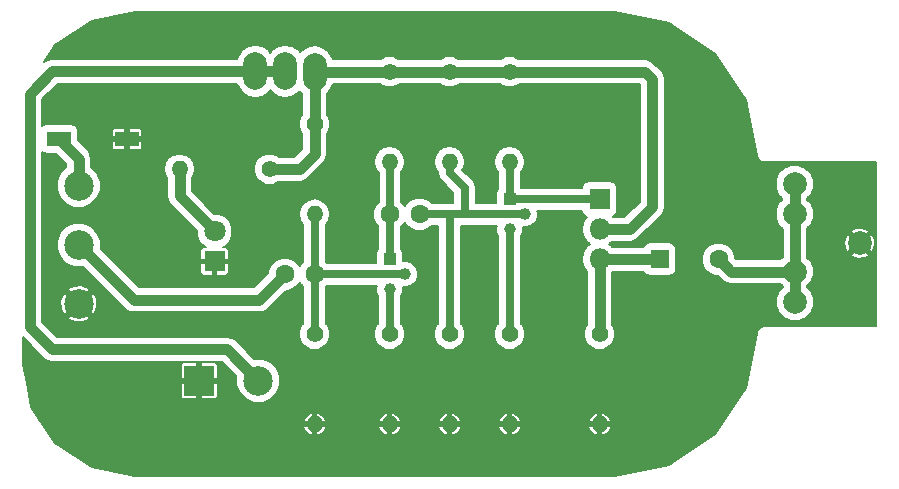
<source format=gbr>
G04 #@! TF.FileFunction,Copper,L1,Top,Signal*
%FSLAX46Y46*%
G04 Gerber Fmt 4.6, Leading zero omitted, Abs format (unit mm)*
G04 Created by KiCad (PCBNEW 4.0.6) date 06/16/17 19:06:25*
%MOMM*%
%LPD*%
G01*
G04 APERTURE LIST*
%ADD10C,0.100000*%
%ADD11C,2.500000*%
%ADD12R,2.500000X2.500000*%
%ADD13C,1.600000*%
%ADD14R,1.600000X1.600000*%
%ADD15R,1.800000X1.800000*%
%ADD16C,1.800000*%
%ADD17R,2.000000X1.300000*%
%ADD18O,2.000000X3.200000*%
%ADD19C,2.000000*%
%ADD20C,1.000000*%
%ADD21R,1.000000X1.000000*%
%ADD22O,1.800000X1.800000*%
%ADD23C,1.400000*%
%ADD24O,1.400000X1.400000*%
%ADD25C,0.900000*%
%ADD26C,0.700000*%
%ADD27C,0.200000*%
G04 APERTURE END LIST*
D10*
D11*
X117200000Y-104200000D03*
X117200000Y-109200000D03*
X117200000Y-99200000D03*
D12*
X127400000Y-115700000D03*
D11*
X132400000Y-115700000D03*
D13*
X134660000Y-106680000D03*
X137160000Y-106680000D03*
X143550000Y-101600000D03*
X146050000Y-101600000D03*
D14*
X166370000Y-105410000D03*
D13*
X171370000Y-105410000D03*
D15*
X128700000Y-105600000D03*
D16*
X128700000Y-103060000D03*
D17*
X121285000Y-95250000D03*
X115525000Y-95230000D03*
D18*
X134670000Y-89505000D03*
X132150000Y-89505000D03*
X137160000Y-89535000D03*
D19*
X177800000Y-99050000D03*
X177840000Y-109020000D03*
X177810000Y-106460000D03*
X177800000Y-101600000D03*
X183330000Y-104070000D03*
D20*
X144780000Y-106680000D03*
X143510000Y-107950000D03*
D21*
X143510000Y-105410000D03*
D20*
X154940000Y-101600000D03*
X153670000Y-102870000D03*
D21*
X153670000Y-100330000D03*
D15*
X161290000Y-100330000D03*
D22*
X161290000Y-102870000D03*
X161290000Y-105410000D03*
D23*
X133350000Y-97790000D03*
D24*
X125730000Y-97790000D03*
D23*
X137160000Y-93980000D03*
D24*
X137160000Y-101600000D03*
D23*
X137160000Y-111760000D03*
D24*
X137160000Y-119380000D03*
D23*
X143510000Y-89535000D03*
D24*
X143510000Y-97155000D03*
D23*
X143510000Y-111760000D03*
D24*
X143510000Y-119380000D03*
D23*
X148590000Y-89535000D03*
D24*
X148590000Y-97155000D03*
D23*
X148590000Y-111760000D03*
D24*
X148590000Y-119380000D03*
D23*
X153670000Y-89535000D03*
D24*
X153670000Y-97155000D03*
D23*
X153670000Y-111760000D03*
D24*
X153670000Y-119380000D03*
D23*
X161290000Y-111760000D03*
D24*
X161290000Y-119380000D03*
D25*
X117200000Y-104200000D02*
X121860000Y-108860000D01*
X121860000Y-108860000D02*
X132480000Y-108860000D01*
X132480000Y-108860000D02*
X134660000Y-106680000D01*
D26*
X144780000Y-106680000D02*
X137160000Y-106680000D01*
X137160000Y-111760000D02*
X137160000Y-106680000D01*
X137160000Y-101600000D02*
X137160000Y-106680000D01*
X143550000Y-101600000D02*
X143550000Y-97195000D01*
X143550000Y-97195000D02*
X143510000Y-97155000D01*
X143510000Y-105410000D02*
X143510000Y-101640000D01*
X143510000Y-101640000D02*
X143550000Y-101600000D01*
X149860000Y-101600000D02*
X148590000Y-101600000D01*
X148590000Y-101600000D02*
X147955000Y-101600000D01*
X148590000Y-111760000D02*
X148590000Y-101600000D01*
X153385998Y-101600000D02*
X149860000Y-101600000D01*
X148590000Y-97155000D02*
X148590000Y-98144949D01*
X148590000Y-98144949D02*
X149860000Y-99414949D01*
X149860000Y-99414949D02*
X149860000Y-101600000D01*
X154940000Y-101600000D02*
X153385998Y-101600000D01*
X146050000Y-101600000D02*
X147955000Y-101600000D01*
D25*
X161290000Y-105410000D02*
X161290000Y-111760000D01*
X166370000Y-105410000D02*
X161290000Y-105410000D01*
X177840000Y-109020000D02*
X177840000Y-106490000D01*
X177840000Y-106490000D02*
X177810000Y-106460000D01*
X177800000Y-101600000D02*
X177800000Y-99050000D01*
X177810000Y-106460000D02*
X172420000Y-106460000D01*
X172420000Y-106460000D02*
X171370000Y-105410000D01*
X177840000Y-109020000D02*
X177840000Y-99090000D01*
X177840000Y-99090000D02*
X177800000Y-99050000D01*
X114935000Y-113030000D02*
X129730000Y-113030000D01*
X129730000Y-113030000D02*
X132400000Y-115700000D01*
X132150000Y-89505000D02*
X114965000Y-89505000D01*
X114965000Y-89505000D02*
X113030000Y-91440000D01*
X113030000Y-91440000D02*
X113030000Y-111125000D01*
X113030000Y-111125000D02*
X114935000Y-113030000D01*
X134670000Y-89505000D02*
X132150000Y-89505000D01*
X117200000Y-99200000D02*
X117200000Y-96905000D01*
X117200000Y-96905000D02*
X115525000Y-95230000D01*
X115570000Y-95275000D02*
X115525000Y-95230000D01*
X137160000Y-96520000D02*
X135890000Y-97790000D01*
X135890000Y-97790000D02*
X133350000Y-97790000D01*
X137160000Y-93980000D02*
X137160000Y-96520000D01*
X137160000Y-93980000D02*
X137160000Y-89535000D01*
X137160000Y-89535000D02*
X143510000Y-89535000D01*
X165735000Y-90170000D02*
X165100000Y-89535000D01*
X165100000Y-89535000D02*
X143510000Y-89535000D01*
X165735000Y-100965000D02*
X165735000Y-90170000D01*
X163830000Y-102870000D02*
X165735000Y-100965000D01*
X161290000Y-102870000D02*
X163830000Y-102870000D01*
D26*
X143510000Y-111760000D02*
X143510000Y-107950000D01*
X153670000Y-111760000D02*
X153670000Y-102870000D01*
X153670000Y-97155000D02*
X153670000Y-100330000D01*
X161290000Y-100330000D02*
X153670000Y-100330000D01*
D25*
X125730000Y-97790000D02*
X125730000Y-100090000D01*
X125730000Y-100090000D02*
X128700000Y-103060000D01*
D27*
G36*
X167153584Y-85430101D02*
X171047839Y-88032159D01*
X173649899Y-91926415D01*
X174590124Y-96653247D01*
X174615866Y-96715394D01*
X174628990Y-96781373D01*
X174666363Y-96837306D01*
X174692106Y-96899455D01*
X174739674Y-96947022D01*
X174777046Y-97002954D01*
X174832979Y-97040327D01*
X174880546Y-97087894D01*
X174942694Y-97113637D01*
X174998627Y-97151010D01*
X175064603Y-97164133D01*
X175126753Y-97189877D01*
X175194026Y-97189877D01*
X175260000Y-97203000D01*
X184737000Y-97203000D01*
X184737000Y-111077000D01*
X175260000Y-111077000D01*
X175194026Y-111090123D01*
X175126753Y-111090123D01*
X175064603Y-111115867D01*
X174998627Y-111128990D01*
X174942694Y-111166363D01*
X174880546Y-111192106D01*
X174832979Y-111239673D01*
X174777046Y-111277046D01*
X174739674Y-111332978D01*
X174692106Y-111380545D01*
X174666363Y-111442694D01*
X174628990Y-111498627D01*
X174615866Y-111564606D01*
X174590124Y-111626753D01*
X173649899Y-116353585D01*
X171047839Y-120247841D01*
X167153584Y-122849899D01*
X162492732Y-123777000D01*
X121987268Y-123777000D01*
X118298430Y-123043244D01*
X115228212Y-120991790D01*
X114356162Y-119686675D01*
X136208168Y-119686675D01*
X136397981Y-120027581D01*
X136703805Y-120269899D01*
X136853328Y-120331815D01*
X137006000Y-120292090D01*
X137006000Y-119534000D01*
X137314000Y-119534000D01*
X137314000Y-120292090D01*
X137466672Y-120331815D01*
X137616195Y-120269899D01*
X137922019Y-120027581D01*
X138111832Y-119686675D01*
X142558168Y-119686675D01*
X142747981Y-120027581D01*
X143053805Y-120269899D01*
X143203328Y-120331815D01*
X143356000Y-120292090D01*
X143356000Y-119534000D01*
X143664000Y-119534000D01*
X143664000Y-120292090D01*
X143816672Y-120331815D01*
X143966195Y-120269899D01*
X144272019Y-120027581D01*
X144461832Y-119686675D01*
X147638168Y-119686675D01*
X147827981Y-120027581D01*
X148133805Y-120269899D01*
X148283328Y-120331815D01*
X148436000Y-120292090D01*
X148436000Y-119534000D01*
X148744000Y-119534000D01*
X148744000Y-120292090D01*
X148896672Y-120331815D01*
X149046195Y-120269899D01*
X149352019Y-120027581D01*
X149541832Y-119686675D01*
X152718168Y-119686675D01*
X152907981Y-120027581D01*
X153213805Y-120269899D01*
X153363328Y-120331815D01*
X153516000Y-120292090D01*
X153516000Y-119534000D01*
X153824000Y-119534000D01*
X153824000Y-120292090D01*
X153976672Y-120331815D01*
X154126195Y-120269899D01*
X154432019Y-120027581D01*
X154621832Y-119686675D01*
X160338168Y-119686675D01*
X160527981Y-120027581D01*
X160833805Y-120269899D01*
X160983328Y-120331815D01*
X161136000Y-120292090D01*
X161136000Y-119534000D01*
X161444000Y-119534000D01*
X161444000Y-120292090D01*
X161596672Y-120331815D01*
X161746195Y-120269899D01*
X162052019Y-120027581D01*
X162241832Y-119686675D01*
X162203088Y-119534000D01*
X161444000Y-119534000D01*
X161136000Y-119534000D01*
X160376912Y-119534000D01*
X160338168Y-119686675D01*
X154621832Y-119686675D01*
X154583088Y-119534000D01*
X153824000Y-119534000D01*
X153516000Y-119534000D01*
X152756912Y-119534000D01*
X152718168Y-119686675D01*
X149541832Y-119686675D01*
X149503088Y-119534000D01*
X148744000Y-119534000D01*
X148436000Y-119534000D01*
X147676912Y-119534000D01*
X147638168Y-119686675D01*
X144461832Y-119686675D01*
X144423088Y-119534000D01*
X143664000Y-119534000D01*
X143356000Y-119534000D01*
X142596912Y-119534000D01*
X142558168Y-119686675D01*
X138111832Y-119686675D01*
X138073088Y-119534000D01*
X137314000Y-119534000D01*
X137006000Y-119534000D01*
X136246912Y-119534000D01*
X136208168Y-119686675D01*
X114356162Y-119686675D01*
X113946335Y-119073325D01*
X136208168Y-119073325D01*
X136246912Y-119226000D01*
X137006000Y-119226000D01*
X137006000Y-118467910D01*
X137314000Y-118467910D01*
X137314000Y-119226000D01*
X138073088Y-119226000D01*
X138111832Y-119073325D01*
X142558168Y-119073325D01*
X142596912Y-119226000D01*
X143356000Y-119226000D01*
X143356000Y-118467910D01*
X143664000Y-118467910D01*
X143664000Y-119226000D01*
X144423088Y-119226000D01*
X144461832Y-119073325D01*
X147638168Y-119073325D01*
X147676912Y-119226000D01*
X148436000Y-119226000D01*
X148436000Y-118467910D01*
X148744000Y-118467910D01*
X148744000Y-119226000D01*
X149503088Y-119226000D01*
X149541832Y-119073325D01*
X152718168Y-119073325D01*
X152756912Y-119226000D01*
X153516000Y-119226000D01*
X153516000Y-118467910D01*
X153824000Y-118467910D01*
X153824000Y-119226000D01*
X154583088Y-119226000D01*
X154621832Y-119073325D01*
X160338168Y-119073325D01*
X160376912Y-119226000D01*
X161136000Y-119226000D01*
X161136000Y-118467910D01*
X161444000Y-118467910D01*
X161444000Y-119226000D01*
X162203088Y-119226000D01*
X162241832Y-119073325D01*
X162052019Y-118732419D01*
X161746195Y-118490101D01*
X161596672Y-118428185D01*
X161444000Y-118467910D01*
X161136000Y-118467910D01*
X160983328Y-118428185D01*
X160833805Y-118490101D01*
X160527981Y-118732419D01*
X160338168Y-119073325D01*
X154621832Y-119073325D01*
X154432019Y-118732419D01*
X154126195Y-118490101D01*
X153976672Y-118428185D01*
X153824000Y-118467910D01*
X153516000Y-118467910D01*
X153363328Y-118428185D01*
X153213805Y-118490101D01*
X152907981Y-118732419D01*
X152718168Y-119073325D01*
X149541832Y-119073325D01*
X149352019Y-118732419D01*
X149046195Y-118490101D01*
X148896672Y-118428185D01*
X148744000Y-118467910D01*
X148436000Y-118467910D01*
X148283328Y-118428185D01*
X148133805Y-118490101D01*
X147827981Y-118732419D01*
X147638168Y-119073325D01*
X144461832Y-119073325D01*
X144272019Y-118732419D01*
X143966195Y-118490101D01*
X143816672Y-118428185D01*
X143664000Y-118467910D01*
X143356000Y-118467910D01*
X143203328Y-118428185D01*
X143053805Y-118490101D01*
X142747981Y-118732419D01*
X142558168Y-119073325D01*
X138111832Y-119073325D01*
X137922019Y-118732419D01*
X137616195Y-118490101D01*
X137466672Y-118428185D01*
X137314000Y-118467910D01*
X137006000Y-118467910D01*
X136853328Y-118428185D01*
X136703805Y-118490101D01*
X136397981Y-118732419D01*
X136208168Y-119073325D01*
X113946335Y-119073325D01*
X113176755Y-117921570D01*
X112780409Y-115929000D01*
X125850000Y-115929000D01*
X125850000Y-117009673D01*
X125895672Y-117119936D01*
X125980063Y-117204328D01*
X126090326Y-117250000D01*
X127171000Y-117250000D01*
X127246000Y-117175000D01*
X127246000Y-115854000D01*
X127554000Y-115854000D01*
X127554000Y-117175000D01*
X127629000Y-117250000D01*
X128709674Y-117250000D01*
X128819937Y-117204328D01*
X128904328Y-117119936D01*
X128950000Y-117009673D01*
X128950000Y-115929000D01*
X128875000Y-115854000D01*
X127554000Y-115854000D01*
X127246000Y-115854000D01*
X125925000Y-115854000D01*
X125850000Y-115929000D01*
X112780409Y-115929000D01*
X112474348Y-114390327D01*
X125850000Y-114390327D01*
X125850000Y-115471000D01*
X125925000Y-115546000D01*
X127246000Y-115546000D01*
X127246000Y-114225000D01*
X127554000Y-114225000D01*
X127554000Y-115546000D01*
X128875000Y-115546000D01*
X128950000Y-115471000D01*
X128950000Y-114390327D01*
X128904328Y-114280064D01*
X128819937Y-114195672D01*
X128709674Y-114150000D01*
X127629000Y-114150000D01*
X127554000Y-114225000D01*
X127246000Y-114225000D01*
X127171000Y-114150000D01*
X126090326Y-114150000D01*
X125980063Y-114195672D01*
X125895672Y-114280064D01*
X125850000Y-114390327D01*
X112474348Y-114390327D01*
X112443000Y-114232732D01*
X112443000Y-112034238D01*
X114186881Y-113778119D01*
X114530121Y-114007465D01*
X114935000Y-114088000D01*
X129291762Y-114088000D01*
X130542315Y-115338553D01*
X130541679Y-116067958D01*
X130823946Y-116751097D01*
X131346154Y-117274217D01*
X132028800Y-117557676D01*
X132767958Y-117558321D01*
X133451097Y-117276054D01*
X133974217Y-116753846D01*
X134257676Y-116071200D01*
X134258321Y-115332042D01*
X133976054Y-114648903D01*
X133453846Y-114125783D01*
X132771200Y-113842324D01*
X132037922Y-113841684D01*
X130478119Y-112281881D01*
X130134879Y-112052535D01*
X129730000Y-111972000D01*
X115373238Y-111972000D01*
X114088000Y-110686762D01*
X114088000Y-110367764D01*
X116250025Y-110367764D01*
X116400093Y-110562977D01*
X116982572Y-110765338D01*
X117598151Y-110729389D01*
X117999907Y-110562977D01*
X118149975Y-110367764D01*
X117200000Y-109417789D01*
X116250025Y-110367764D01*
X114088000Y-110367764D01*
X114088000Y-108982572D01*
X115634662Y-108982572D01*
X115670611Y-109598151D01*
X115837023Y-109999907D01*
X116032236Y-110149975D01*
X116982211Y-109200000D01*
X117417789Y-109200000D01*
X118367764Y-110149975D01*
X118562977Y-109999907D01*
X118765338Y-109417428D01*
X118729389Y-108801849D01*
X118562977Y-108400093D01*
X118367764Y-108250025D01*
X117417789Y-109200000D01*
X116982211Y-109200000D01*
X116032236Y-108250025D01*
X115837023Y-108400093D01*
X115634662Y-108982572D01*
X114088000Y-108982572D01*
X114088000Y-108032236D01*
X116250025Y-108032236D01*
X117200000Y-108982211D01*
X118149975Y-108032236D01*
X117999907Y-107837023D01*
X117417428Y-107634662D01*
X116801849Y-107670611D01*
X116400093Y-107837023D01*
X116250025Y-108032236D01*
X114088000Y-108032236D01*
X114088000Y-96317273D01*
X114283820Y-96451071D01*
X114525000Y-96499911D01*
X115298673Y-96499911D01*
X116142000Y-97343238D01*
X116142000Y-97630837D01*
X115625783Y-98146154D01*
X115342324Y-98828800D01*
X115341679Y-99567958D01*
X115623946Y-100251097D01*
X116146154Y-100774217D01*
X116828800Y-101057676D01*
X117567958Y-101058321D01*
X118251097Y-100776054D01*
X118774217Y-100253846D01*
X119057676Y-99571200D01*
X119058321Y-98832042D01*
X118776054Y-98148903D01*
X118417777Y-97790000D01*
X124396375Y-97790000D01*
X124495941Y-98290550D01*
X124672000Y-98554042D01*
X124672000Y-100090000D01*
X124752535Y-100494879D01*
X124981881Y-100838119D01*
X127192010Y-103048248D01*
X127191739Y-103358644D01*
X127420835Y-103913097D01*
X127844672Y-104337674D01*
X127994769Y-104400000D01*
X127740327Y-104400000D01*
X127630064Y-104445672D01*
X127545672Y-104530063D01*
X127500000Y-104640326D01*
X127500000Y-105371000D01*
X127575000Y-105446000D01*
X128546000Y-105446000D01*
X128546000Y-105426000D01*
X128854000Y-105426000D01*
X128854000Y-105446000D01*
X129825000Y-105446000D01*
X129900000Y-105371000D01*
X129900000Y-104640326D01*
X129854328Y-104530063D01*
X129769936Y-104445672D01*
X129659673Y-104400000D01*
X129405865Y-104400000D01*
X129553097Y-104339165D01*
X129977674Y-103915328D01*
X130207737Y-103361276D01*
X130208261Y-102761356D01*
X129979165Y-102206903D01*
X129555328Y-101782326D01*
X129001276Y-101552263D01*
X128688228Y-101551990D01*
X126788000Y-99651762D01*
X126788000Y-98554042D01*
X126964059Y-98290550D01*
X127063625Y-97790000D01*
X126964059Y-97289450D01*
X126680521Y-96865104D01*
X126256175Y-96581566D01*
X125755625Y-96482000D01*
X125704375Y-96482000D01*
X125203825Y-96581566D01*
X124779479Y-96865104D01*
X124495941Y-97289450D01*
X124396375Y-97790000D01*
X118417777Y-97790000D01*
X118258000Y-97629944D01*
X118258000Y-96905000D01*
X118177465Y-96500121D01*
X117948119Y-96156881D01*
X117270238Y-95479000D01*
X119985000Y-95479000D01*
X119985000Y-95959673D01*
X120030672Y-96069936D01*
X120115063Y-96154328D01*
X120225326Y-96200000D01*
X121056000Y-96200000D01*
X121131000Y-96125000D01*
X121131000Y-95404000D01*
X121439000Y-95404000D01*
X121439000Y-96125000D01*
X121514000Y-96200000D01*
X122344674Y-96200000D01*
X122454937Y-96154328D01*
X122539328Y-96069936D01*
X122585000Y-95959673D01*
X122585000Y-95479000D01*
X122510000Y-95404000D01*
X121439000Y-95404000D01*
X121131000Y-95404000D01*
X120060000Y-95404000D01*
X119985000Y-95479000D01*
X117270238Y-95479000D01*
X117144911Y-95353673D01*
X117144911Y-94580000D01*
X117137447Y-94540327D01*
X119985000Y-94540327D01*
X119985000Y-95021000D01*
X120060000Y-95096000D01*
X121131000Y-95096000D01*
X121131000Y-94375000D01*
X121439000Y-94375000D01*
X121439000Y-95096000D01*
X122510000Y-95096000D01*
X122585000Y-95021000D01*
X122585000Y-94540327D01*
X122539328Y-94430064D01*
X122454937Y-94345672D01*
X122344674Y-94300000D01*
X121514000Y-94300000D01*
X121439000Y-94375000D01*
X121131000Y-94375000D01*
X121056000Y-94300000D01*
X120225326Y-94300000D01*
X120115063Y-94345672D01*
X120030672Y-94430064D01*
X119985000Y-94540327D01*
X117137447Y-94540327D01*
X117102516Y-94354689D01*
X116969357Y-94147754D01*
X116766180Y-94008929D01*
X116525000Y-93960089D01*
X114525000Y-93960089D01*
X114299689Y-94002484D01*
X114092754Y-94135643D01*
X114088000Y-94142601D01*
X114088000Y-91878238D01*
X115403238Y-90563000D01*
X130624498Y-90563000D01*
X130664402Y-90763612D01*
X131012972Y-91285285D01*
X131534645Y-91633855D01*
X132150000Y-91756257D01*
X132765355Y-91633855D01*
X133287028Y-91285285D01*
X133410000Y-91101244D01*
X133532972Y-91285285D01*
X134054645Y-91633855D01*
X134670000Y-91756257D01*
X135285355Y-91633855D01*
X135807028Y-91285285D01*
X135904977Y-91138693D01*
X136022972Y-91315285D01*
X136102000Y-91368090D01*
X136102000Y-93187976D01*
X136051778Y-93238110D01*
X135852228Y-93718681D01*
X135851774Y-94239036D01*
X136050485Y-94719954D01*
X136102000Y-94771559D01*
X136102000Y-96081762D01*
X135451762Y-96732000D01*
X134142024Y-96732000D01*
X134091890Y-96681778D01*
X133611319Y-96482228D01*
X133090964Y-96481774D01*
X132610046Y-96680485D01*
X132241778Y-97048110D01*
X132042228Y-97528681D01*
X132041774Y-98049036D01*
X132240485Y-98529954D01*
X132608110Y-98898222D01*
X133088681Y-99097772D01*
X133609036Y-99098226D01*
X134089954Y-98899515D01*
X134141559Y-98848000D01*
X135890000Y-98848000D01*
X136294879Y-98767465D01*
X136638119Y-98538119D01*
X137908119Y-97268119D01*
X138137465Y-96924880D01*
X138218000Y-96520000D01*
X138218000Y-94772024D01*
X138268222Y-94721890D01*
X138467772Y-94241319D01*
X138468226Y-93720964D01*
X138269515Y-93240046D01*
X138218000Y-93188441D01*
X138218000Y-91368090D01*
X138297028Y-91315285D01*
X138645598Y-90793612D01*
X138685502Y-90593000D01*
X142717976Y-90593000D01*
X142768110Y-90643222D01*
X143248681Y-90842772D01*
X143769036Y-90843226D01*
X144249954Y-90644515D01*
X144301559Y-90593000D01*
X147797976Y-90593000D01*
X147848110Y-90643222D01*
X148328681Y-90842772D01*
X148849036Y-90843226D01*
X149329954Y-90644515D01*
X149381559Y-90593000D01*
X152877976Y-90593000D01*
X152928110Y-90643222D01*
X153408681Y-90842772D01*
X153929036Y-90843226D01*
X154409954Y-90644515D01*
X154461559Y-90593000D01*
X164661762Y-90593000D01*
X164677000Y-90608238D01*
X164677000Y-100526762D01*
X163391762Y-101812000D01*
X162391480Y-101812000D01*
X162415311Y-101807516D01*
X162622246Y-101674357D01*
X162761071Y-101471180D01*
X162809911Y-101230000D01*
X162809911Y-99430000D01*
X162767516Y-99204689D01*
X162634357Y-98997754D01*
X162431180Y-98858929D01*
X162190000Y-98810089D01*
X160390000Y-98810089D01*
X160164689Y-98852484D01*
X159957754Y-98985643D01*
X159818929Y-99188820D01*
X159781834Y-99372000D01*
X154628000Y-99372000D01*
X154628000Y-98055977D01*
X154878434Y-97681175D01*
X154978000Y-97180625D01*
X154978000Y-97129375D01*
X154878434Y-96628825D01*
X154594896Y-96204479D01*
X154170550Y-95920941D01*
X153670000Y-95821375D01*
X153169450Y-95920941D01*
X152745104Y-96204479D01*
X152461566Y-96628825D01*
X152362000Y-97129375D01*
X152362000Y-97180625D01*
X152461566Y-97681175D01*
X152712000Y-98055977D01*
X152712000Y-99423335D01*
X152598929Y-99588820D01*
X152550089Y-99830000D01*
X152550089Y-100642000D01*
X150818000Y-100642000D01*
X150818000Y-99414949D01*
X150745077Y-99048338D01*
X150537408Y-98737541D01*
X149671305Y-97871438D01*
X149798434Y-97681175D01*
X149898000Y-97180625D01*
X149898000Y-97129375D01*
X149798434Y-96628825D01*
X149514896Y-96204479D01*
X149090550Y-95920941D01*
X148590000Y-95821375D01*
X148089450Y-95920941D01*
X147665104Y-96204479D01*
X147381566Y-96628825D01*
X147282000Y-97129375D01*
X147282000Y-97180625D01*
X147381566Y-97681175D01*
X147632000Y-98055977D01*
X147632000Y-98144949D01*
X147704923Y-98511560D01*
X147912592Y-98822357D01*
X148902000Y-99811765D01*
X148902000Y-100642000D01*
X147083147Y-100642000D01*
X146848609Y-100407052D01*
X146331297Y-100192245D01*
X145771160Y-100191756D01*
X145253474Y-100405660D01*
X144857052Y-100801391D01*
X144800126Y-100938485D01*
X144744340Y-100803474D01*
X144508000Y-100566721D01*
X144508000Y-97996113D01*
X144718434Y-97681175D01*
X144818000Y-97180625D01*
X144818000Y-97129375D01*
X144718434Y-96628825D01*
X144434896Y-96204479D01*
X144010550Y-95920941D01*
X143510000Y-95821375D01*
X143009450Y-95920941D01*
X142585104Y-96204479D01*
X142301566Y-96628825D01*
X142202000Y-97129375D01*
X142202000Y-97180625D01*
X142301566Y-97681175D01*
X142585104Y-98105521D01*
X142592000Y-98110129D01*
X142592000Y-100566853D01*
X142357052Y-100801391D01*
X142142245Y-101318703D01*
X142141756Y-101878840D01*
X142355660Y-102396526D01*
X142552000Y-102593209D01*
X142552000Y-104503335D01*
X142438929Y-104668820D01*
X142390089Y-104910000D01*
X142390089Y-105722000D01*
X138193147Y-105722000D01*
X138118000Y-105646721D01*
X138118000Y-102500977D01*
X138368434Y-102126175D01*
X138468000Y-101625625D01*
X138468000Y-101574375D01*
X138368434Y-101073825D01*
X138084896Y-100649479D01*
X137660550Y-100365941D01*
X137160000Y-100266375D01*
X136659450Y-100365941D01*
X136235104Y-100649479D01*
X135951566Y-101073825D01*
X135852000Y-101574375D01*
X135852000Y-101625625D01*
X135951566Y-102126175D01*
X136202000Y-102500977D01*
X136202000Y-105646853D01*
X135967052Y-105881391D01*
X135910126Y-106018485D01*
X135854340Y-105883474D01*
X135458609Y-105487052D01*
X134941297Y-105272245D01*
X134381160Y-105271756D01*
X133863474Y-105485660D01*
X133467052Y-105881391D01*
X133252245Y-106398703D01*
X133252077Y-106591685D01*
X132041762Y-107802000D01*
X122298238Y-107802000D01*
X120325238Y-105829000D01*
X127500000Y-105829000D01*
X127500000Y-106559674D01*
X127545672Y-106669937D01*
X127630064Y-106754328D01*
X127740327Y-106800000D01*
X128471000Y-106800000D01*
X128546000Y-106725000D01*
X128546000Y-105754000D01*
X128854000Y-105754000D01*
X128854000Y-106725000D01*
X128929000Y-106800000D01*
X129659673Y-106800000D01*
X129769936Y-106754328D01*
X129854328Y-106669937D01*
X129900000Y-106559674D01*
X129900000Y-105829000D01*
X129825000Y-105754000D01*
X128854000Y-105754000D01*
X128546000Y-105754000D01*
X127575000Y-105754000D01*
X127500000Y-105829000D01*
X120325238Y-105829000D01*
X119057685Y-104561447D01*
X119058321Y-103832042D01*
X118776054Y-103148903D01*
X118253846Y-102625783D01*
X117571200Y-102342324D01*
X116832042Y-102341679D01*
X116148903Y-102623946D01*
X115625783Y-103146154D01*
X115342324Y-103828800D01*
X115341679Y-104567958D01*
X115623946Y-105251097D01*
X116146154Y-105774217D01*
X116828800Y-106057676D01*
X117562078Y-106058316D01*
X121111881Y-109608119D01*
X121455120Y-109837465D01*
X121860000Y-109918000D01*
X132480000Y-109918000D01*
X132884879Y-109837465D01*
X133228119Y-109608119D01*
X134748160Y-108088078D01*
X134938840Y-108088244D01*
X135456526Y-107874340D01*
X135852948Y-107478609D01*
X135909874Y-107341515D01*
X135965660Y-107476526D01*
X136202000Y-107713279D01*
X136202000Y-110868150D01*
X136051778Y-111018110D01*
X135852228Y-111498681D01*
X135851774Y-112019036D01*
X136050485Y-112499954D01*
X136418110Y-112868222D01*
X136898681Y-113067772D01*
X137419036Y-113068226D01*
X137899954Y-112869515D01*
X138268222Y-112501890D01*
X138467772Y-112021319D01*
X138468226Y-111500964D01*
X138269515Y-111020046D01*
X138118000Y-110868266D01*
X138118000Y-107713147D01*
X138193279Y-107638000D01*
X142439829Y-107638000D01*
X142402193Y-107728638D01*
X142401808Y-108169428D01*
X142552000Y-108532920D01*
X142552000Y-110868150D01*
X142401778Y-111018110D01*
X142202228Y-111498681D01*
X142201774Y-112019036D01*
X142400485Y-112499954D01*
X142768110Y-112868222D01*
X143248681Y-113067772D01*
X143769036Y-113068226D01*
X144249954Y-112869515D01*
X144618222Y-112501890D01*
X144817772Y-112021319D01*
X144818226Y-111500964D01*
X144619515Y-111020046D01*
X144468000Y-110868266D01*
X144468000Y-108532138D01*
X144617807Y-108171362D01*
X144618142Y-107787859D01*
X144999428Y-107788192D01*
X145406812Y-107619864D01*
X145718769Y-107308451D01*
X145887807Y-106901362D01*
X145888192Y-106460572D01*
X145719864Y-106053188D01*
X145408451Y-105741231D01*
X145001362Y-105572193D01*
X144629911Y-105571869D01*
X144629911Y-104910000D01*
X144587516Y-104684689D01*
X144468000Y-104498956D01*
X144468000Y-102673078D01*
X144742948Y-102398609D01*
X144799874Y-102261515D01*
X144855660Y-102396526D01*
X145251391Y-102792948D01*
X145768703Y-103007755D01*
X146328840Y-103008244D01*
X146846526Y-102794340D01*
X147083279Y-102558000D01*
X147632000Y-102558000D01*
X147632000Y-110868150D01*
X147481778Y-111018110D01*
X147282228Y-111498681D01*
X147281774Y-112019036D01*
X147480485Y-112499954D01*
X147848110Y-112868222D01*
X148328681Y-113067772D01*
X148849036Y-113068226D01*
X149329954Y-112869515D01*
X149698222Y-112501890D01*
X149897772Y-112021319D01*
X149898226Y-111500964D01*
X149699515Y-111020046D01*
X149548000Y-110868266D01*
X149548000Y-102558000D01*
X152599829Y-102558000D01*
X152562193Y-102648638D01*
X152561808Y-103089428D01*
X152712000Y-103452920D01*
X152712000Y-110868150D01*
X152561778Y-111018110D01*
X152362228Y-111498681D01*
X152361774Y-112019036D01*
X152560485Y-112499954D01*
X152928110Y-112868222D01*
X153408681Y-113067772D01*
X153929036Y-113068226D01*
X154409954Y-112869515D01*
X154778222Y-112501890D01*
X154977772Y-112021319D01*
X154978226Y-111500964D01*
X154779515Y-111020046D01*
X154628000Y-110868266D01*
X154628000Y-103452138D01*
X154777807Y-103091362D01*
X154778142Y-102707859D01*
X155159428Y-102708192D01*
X155566812Y-102539864D01*
X155878769Y-102228451D01*
X156047807Y-101821362D01*
X156048192Y-101380572D01*
X156009942Y-101288000D01*
X159781002Y-101288000D01*
X159812484Y-101455311D01*
X159945643Y-101662246D01*
X160148820Y-101801071D01*
X160198911Y-101811215D01*
X159896790Y-102263370D01*
X159782000Y-102840457D01*
X159782000Y-102899543D01*
X159896790Y-103476630D01*
X160223683Y-103965860D01*
X160484302Y-104140000D01*
X160223683Y-104314140D01*
X159896790Y-104803370D01*
X159782000Y-105380457D01*
X159782000Y-105439543D01*
X159896790Y-106016630D01*
X160223683Y-106505860D01*
X160232000Y-106511417D01*
X160232000Y-110967976D01*
X160181778Y-111018110D01*
X159982228Y-111498681D01*
X159981774Y-112019036D01*
X160180485Y-112499954D01*
X160548110Y-112868222D01*
X161028681Y-113067772D01*
X161549036Y-113068226D01*
X162029954Y-112869515D01*
X162398222Y-112501890D01*
X162597772Y-112021319D01*
X162598226Y-111500964D01*
X162399515Y-111020046D01*
X162348000Y-110968441D01*
X162348000Y-106511417D01*
X162356317Y-106505860D01*
X162381614Y-106468000D01*
X165013519Y-106468000D01*
X165125643Y-106642246D01*
X165328820Y-106781071D01*
X165570000Y-106829911D01*
X167170000Y-106829911D01*
X167395311Y-106787516D01*
X167602246Y-106654357D01*
X167741071Y-106451180D01*
X167789911Y-106210000D01*
X167789911Y-105688840D01*
X169961756Y-105688840D01*
X170175660Y-106206526D01*
X170571391Y-106602948D01*
X171088703Y-106817755D01*
X171281685Y-106817923D01*
X171671881Y-107208119D01*
X172015120Y-107437465D01*
X172420000Y-107518000D01*
X176594081Y-107518000D01*
X176782000Y-107706247D01*
X176782000Y-107804081D01*
X176477598Y-108107952D01*
X176232279Y-108698746D01*
X176231721Y-109338448D01*
X176476009Y-109929669D01*
X176927952Y-110382402D01*
X177518746Y-110627721D01*
X178158448Y-110628279D01*
X178749669Y-110383991D01*
X179202402Y-109932048D01*
X179447721Y-109341254D01*
X179448279Y-108701552D01*
X179203991Y-108110331D01*
X178898000Y-107803805D01*
X178898000Y-107645971D01*
X179172402Y-107372048D01*
X179417721Y-106781254D01*
X179418279Y-106141552D01*
X179173991Y-105550331D01*
X178898000Y-105273858D01*
X178898000Y-105056379D01*
X182561410Y-105056379D01*
X182680774Y-105225584D01*
X183172416Y-105386068D01*
X183688048Y-105346193D01*
X183979226Y-105225584D01*
X184098590Y-105056379D01*
X183330000Y-104287789D01*
X182561410Y-105056379D01*
X178898000Y-105056379D01*
X178898000Y-103912416D01*
X182013932Y-103912416D01*
X182053807Y-104428048D01*
X182174416Y-104719226D01*
X182343621Y-104838590D01*
X183112211Y-104070000D01*
X183547789Y-104070000D01*
X184316379Y-104838590D01*
X184485584Y-104719226D01*
X184646068Y-104227584D01*
X184606193Y-103711952D01*
X184485584Y-103420774D01*
X184316379Y-103301410D01*
X183547789Y-104070000D01*
X183112211Y-104070000D01*
X182343621Y-103301410D01*
X182174416Y-103420774D01*
X182013932Y-103912416D01*
X178898000Y-103912416D01*
X178898000Y-103083621D01*
X182561410Y-103083621D01*
X183330000Y-103852211D01*
X184098590Y-103083621D01*
X183979226Y-102914416D01*
X183487584Y-102753932D01*
X182971952Y-102793807D01*
X182680774Y-102914416D01*
X182561410Y-103083621D01*
X178898000Y-103083621D01*
X178898000Y-102775989D01*
X179162402Y-102512048D01*
X179407721Y-101921254D01*
X179408279Y-101281552D01*
X179163991Y-100690331D01*
X178898000Y-100423875D01*
X178898000Y-100225989D01*
X179162402Y-99962048D01*
X179407721Y-99371254D01*
X179408279Y-98731552D01*
X179163991Y-98140331D01*
X178712048Y-97687598D01*
X178121254Y-97442279D01*
X177481552Y-97441721D01*
X176890331Y-97686009D01*
X176437598Y-98137952D01*
X176192279Y-98728746D01*
X176191721Y-99368448D01*
X176436009Y-99959669D01*
X176742000Y-100266195D01*
X176742000Y-100384081D01*
X176437598Y-100687952D01*
X176192279Y-101278746D01*
X176191721Y-101918448D01*
X176436009Y-102509669D01*
X176782000Y-102856265D01*
X176782000Y-105214134D01*
X176593805Y-105402000D01*
X172858238Y-105402000D01*
X172778078Y-105321840D01*
X172778244Y-105131160D01*
X172564340Y-104613474D01*
X172168609Y-104217052D01*
X171651297Y-104002245D01*
X171091160Y-104001756D01*
X170573474Y-104215660D01*
X170177052Y-104611391D01*
X169962245Y-105128703D01*
X169961756Y-105688840D01*
X167789911Y-105688840D01*
X167789911Y-104610000D01*
X167747516Y-104384689D01*
X167614357Y-104177754D01*
X167411180Y-104038929D01*
X167170000Y-103990089D01*
X165570000Y-103990089D01*
X165344689Y-104032484D01*
X165137754Y-104165643D01*
X165010422Y-104352000D01*
X162381614Y-104352000D01*
X162356317Y-104314140D01*
X162095698Y-104140000D01*
X162356317Y-103965860D01*
X162381614Y-103928000D01*
X163830000Y-103928000D01*
X164234879Y-103847465D01*
X164578119Y-103618119D01*
X166483119Y-101713119D01*
X166712465Y-101369879D01*
X166793000Y-100965000D01*
X166793000Y-90170000D01*
X166712465Y-89765121D01*
X166483119Y-89421881D01*
X165848119Y-88786881D01*
X165504879Y-88557535D01*
X165100000Y-88477000D01*
X154462024Y-88477000D01*
X154411890Y-88426778D01*
X153931319Y-88227228D01*
X153410964Y-88226774D01*
X152930046Y-88425485D01*
X152878441Y-88477000D01*
X149382024Y-88477000D01*
X149331890Y-88426778D01*
X148851319Y-88227228D01*
X148330964Y-88226774D01*
X147850046Y-88425485D01*
X147798441Y-88477000D01*
X144302024Y-88477000D01*
X144251890Y-88426778D01*
X143771319Y-88227228D01*
X143250964Y-88226774D01*
X142770046Y-88425485D01*
X142718441Y-88477000D01*
X138685502Y-88477000D01*
X138645598Y-88276388D01*
X138297028Y-87754715D01*
X137775355Y-87406145D01*
X137160000Y-87283743D01*
X136544645Y-87406145D01*
X136022972Y-87754715D01*
X135925023Y-87901307D01*
X135807028Y-87724715D01*
X135285355Y-87376145D01*
X134670000Y-87253743D01*
X134054645Y-87376145D01*
X133532972Y-87724715D01*
X133410000Y-87908756D01*
X133287028Y-87724715D01*
X132765355Y-87376145D01*
X132150000Y-87253743D01*
X131534645Y-87376145D01*
X131012972Y-87724715D01*
X130664402Y-88246388D01*
X130624498Y-88447000D01*
X114965000Y-88447000D01*
X114560120Y-88527535D01*
X114271070Y-88720673D01*
X115228212Y-87288210D01*
X118298430Y-85236756D01*
X121987268Y-84503000D01*
X162492732Y-84503000D01*
X167153584Y-85430101D01*
X167153584Y-85430101D01*
G37*
X167153584Y-85430101D02*
X171047839Y-88032159D01*
X173649899Y-91926415D01*
X174590124Y-96653247D01*
X174615866Y-96715394D01*
X174628990Y-96781373D01*
X174666363Y-96837306D01*
X174692106Y-96899455D01*
X174739674Y-96947022D01*
X174777046Y-97002954D01*
X174832979Y-97040327D01*
X174880546Y-97087894D01*
X174942694Y-97113637D01*
X174998627Y-97151010D01*
X175064603Y-97164133D01*
X175126753Y-97189877D01*
X175194026Y-97189877D01*
X175260000Y-97203000D01*
X184737000Y-97203000D01*
X184737000Y-111077000D01*
X175260000Y-111077000D01*
X175194026Y-111090123D01*
X175126753Y-111090123D01*
X175064603Y-111115867D01*
X174998627Y-111128990D01*
X174942694Y-111166363D01*
X174880546Y-111192106D01*
X174832979Y-111239673D01*
X174777046Y-111277046D01*
X174739674Y-111332978D01*
X174692106Y-111380545D01*
X174666363Y-111442694D01*
X174628990Y-111498627D01*
X174615866Y-111564606D01*
X174590124Y-111626753D01*
X173649899Y-116353585D01*
X171047839Y-120247841D01*
X167153584Y-122849899D01*
X162492732Y-123777000D01*
X121987268Y-123777000D01*
X118298430Y-123043244D01*
X115228212Y-120991790D01*
X114356162Y-119686675D01*
X136208168Y-119686675D01*
X136397981Y-120027581D01*
X136703805Y-120269899D01*
X136853328Y-120331815D01*
X137006000Y-120292090D01*
X137006000Y-119534000D01*
X137314000Y-119534000D01*
X137314000Y-120292090D01*
X137466672Y-120331815D01*
X137616195Y-120269899D01*
X137922019Y-120027581D01*
X138111832Y-119686675D01*
X142558168Y-119686675D01*
X142747981Y-120027581D01*
X143053805Y-120269899D01*
X143203328Y-120331815D01*
X143356000Y-120292090D01*
X143356000Y-119534000D01*
X143664000Y-119534000D01*
X143664000Y-120292090D01*
X143816672Y-120331815D01*
X143966195Y-120269899D01*
X144272019Y-120027581D01*
X144461832Y-119686675D01*
X147638168Y-119686675D01*
X147827981Y-120027581D01*
X148133805Y-120269899D01*
X148283328Y-120331815D01*
X148436000Y-120292090D01*
X148436000Y-119534000D01*
X148744000Y-119534000D01*
X148744000Y-120292090D01*
X148896672Y-120331815D01*
X149046195Y-120269899D01*
X149352019Y-120027581D01*
X149541832Y-119686675D01*
X152718168Y-119686675D01*
X152907981Y-120027581D01*
X153213805Y-120269899D01*
X153363328Y-120331815D01*
X153516000Y-120292090D01*
X153516000Y-119534000D01*
X153824000Y-119534000D01*
X153824000Y-120292090D01*
X153976672Y-120331815D01*
X154126195Y-120269899D01*
X154432019Y-120027581D01*
X154621832Y-119686675D01*
X160338168Y-119686675D01*
X160527981Y-120027581D01*
X160833805Y-120269899D01*
X160983328Y-120331815D01*
X161136000Y-120292090D01*
X161136000Y-119534000D01*
X161444000Y-119534000D01*
X161444000Y-120292090D01*
X161596672Y-120331815D01*
X161746195Y-120269899D01*
X162052019Y-120027581D01*
X162241832Y-119686675D01*
X162203088Y-119534000D01*
X161444000Y-119534000D01*
X161136000Y-119534000D01*
X160376912Y-119534000D01*
X160338168Y-119686675D01*
X154621832Y-119686675D01*
X154583088Y-119534000D01*
X153824000Y-119534000D01*
X153516000Y-119534000D01*
X152756912Y-119534000D01*
X152718168Y-119686675D01*
X149541832Y-119686675D01*
X149503088Y-119534000D01*
X148744000Y-119534000D01*
X148436000Y-119534000D01*
X147676912Y-119534000D01*
X147638168Y-119686675D01*
X144461832Y-119686675D01*
X144423088Y-119534000D01*
X143664000Y-119534000D01*
X143356000Y-119534000D01*
X142596912Y-119534000D01*
X142558168Y-119686675D01*
X138111832Y-119686675D01*
X138073088Y-119534000D01*
X137314000Y-119534000D01*
X137006000Y-119534000D01*
X136246912Y-119534000D01*
X136208168Y-119686675D01*
X114356162Y-119686675D01*
X113946335Y-119073325D01*
X136208168Y-119073325D01*
X136246912Y-119226000D01*
X137006000Y-119226000D01*
X137006000Y-118467910D01*
X137314000Y-118467910D01*
X137314000Y-119226000D01*
X138073088Y-119226000D01*
X138111832Y-119073325D01*
X142558168Y-119073325D01*
X142596912Y-119226000D01*
X143356000Y-119226000D01*
X143356000Y-118467910D01*
X143664000Y-118467910D01*
X143664000Y-119226000D01*
X144423088Y-119226000D01*
X144461832Y-119073325D01*
X147638168Y-119073325D01*
X147676912Y-119226000D01*
X148436000Y-119226000D01*
X148436000Y-118467910D01*
X148744000Y-118467910D01*
X148744000Y-119226000D01*
X149503088Y-119226000D01*
X149541832Y-119073325D01*
X152718168Y-119073325D01*
X152756912Y-119226000D01*
X153516000Y-119226000D01*
X153516000Y-118467910D01*
X153824000Y-118467910D01*
X153824000Y-119226000D01*
X154583088Y-119226000D01*
X154621832Y-119073325D01*
X160338168Y-119073325D01*
X160376912Y-119226000D01*
X161136000Y-119226000D01*
X161136000Y-118467910D01*
X161444000Y-118467910D01*
X161444000Y-119226000D01*
X162203088Y-119226000D01*
X162241832Y-119073325D01*
X162052019Y-118732419D01*
X161746195Y-118490101D01*
X161596672Y-118428185D01*
X161444000Y-118467910D01*
X161136000Y-118467910D01*
X160983328Y-118428185D01*
X160833805Y-118490101D01*
X160527981Y-118732419D01*
X160338168Y-119073325D01*
X154621832Y-119073325D01*
X154432019Y-118732419D01*
X154126195Y-118490101D01*
X153976672Y-118428185D01*
X153824000Y-118467910D01*
X153516000Y-118467910D01*
X153363328Y-118428185D01*
X153213805Y-118490101D01*
X152907981Y-118732419D01*
X152718168Y-119073325D01*
X149541832Y-119073325D01*
X149352019Y-118732419D01*
X149046195Y-118490101D01*
X148896672Y-118428185D01*
X148744000Y-118467910D01*
X148436000Y-118467910D01*
X148283328Y-118428185D01*
X148133805Y-118490101D01*
X147827981Y-118732419D01*
X147638168Y-119073325D01*
X144461832Y-119073325D01*
X144272019Y-118732419D01*
X143966195Y-118490101D01*
X143816672Y-118428185D01*
X143664000Y-118467910D01*
X143356000Y-118467910D01*
X143203328Y-118428185D01*
X143053805Y-118490101D01*
X142747981Y-118732419D01*
X142558168Y-119073325D01*
X138111832Y-119073325D01*
X137922019Y-118732419D01*
X137616195Y-118490101D01*
X137466672Y-118428185D01*
X137314000Y-118467910D01*
X137006000Y-118467910D01*
X136853328Y-118428185D01*
X136703805Y-118490101D01*
X136397981Y-118732419D01*
X136208168Y-119073325D01*
X113946335Y-119073325D01*
X113176755Y-117921570D01*
X112780409Y-115929000D01*
X125850000Y-115929000D01*
X125850000Y-117009673D01*
X125895672Y-117119936D01*
X125980063Y-117204328D01*
X126090326Y-117250000D01*
X127171000Y-117250000D01*
X127246000Y-117175000D01*
X127246000Y-115854000D01*
X127554000Y-115854000D01*
X127554000Y-117175000D01*
X127629000Y-117250000D01*
X128709674Y-117250000D01*
X128819937Y-117204328D01*
X128904328Y-117119936D01*
X128950000Y-117009673D01*
X128950000Y-115929000D01*
X128875000Y-115854000D01*
X127554000Y-115854000D01*
X127246000Y-115854000D01*
X125925000Y-115854000D01*
X125850000Y-115929000D01*
X112780409Y-115929000D01*
X112474348Y-114390327D01*
X125850000Y-114390327D01*
X125850000Y-115471000D01*
X125925000Y-115546000D01*
X127246000Y-115546000D01*
X127246000Y-114225000D01*
X127554000Y-114225000D01*
X127554000Y-115546000D01*
X128875000Y-115546000D01*
X128950000Y-115471000D01*
X128950000Y-114390327D01*
X128904328Y-114280064D01*
X128819937Y-114195672D01*
X128709674Y-114150000D01*
X127629000Y-114150000D01*
X127554000Y-114225000D01*
X127246000Y-114225000D01*
X127171000Y-114150000D01*
X126090326Y-114150000D01*
X125980063Y-114195672D01*
X125895672Y-114280064D01*
X125850000Y-114390327D01*
X112474348Y-114390327D01*
X112443000Y-114232732D01*
X112443000Y-112034238D01*
X114186881Y-113778119D01*
X114530121Y-114007465D01*
X114935000Y-114088000D01*
X129291762Y-114088000D01*
X130542315Y-115338553D01*
X130541679Y-116067958D01*
X130823946Y-116751097D01*
X131346154Y-117274217D01*
X132028800Y-117557676D01*
X132767958Y-117558321D01*
X133451097Y-117276054D01*
X133974217Y-116753846D01*
X134257676Y-116071200D01*
X134258321Y-115332042D01*
X133976054Y-114648903D01*
X133453846Y-114125783D01*
X132771200Y-113842324D01*
X132037922Y-113841684D01*
X130478119Y-112281881D01*
X130134879Y-112052535D01*
X129730000Y-111972000D01*
X115373238Y-111972000D01*
X114088000Y-110686762D01*
X114088000Y-110367764D01*
X116250025Y-110367764D01*
X116400093Y-110562977D01*
X116982572Y-110765338D01*
X117598151Y-110729389D01*
X117999907Y-110562977D01*
X118149975Y-110367764D01*
X117200000Y-109417789D01*
X116250025Y-110367764D01*
X114088000Y-110367764D01*
X114088000Y-108982572D01*
X115634662Y-108982572D01*
X115670611Y-109598151D01*
X115837023Y-109999907D01*
X116032236Y-110149975D01*
X116982211Y-109200000D01*
X117417789Y-109200000D01*
X118367764Y-110149975D01*
X118562977Y-109999907D01*
X118765338Y-109417428D01*
X118729389Y-108801849D01*
X118562977Y-108400093D01*
X118367764Y-108250025D01*
X117417789Y-109200000D01*
X116982211Y-109200000D01*
X116032236Y-108250025D01*
X115837023Y-108400093D01*
X115634662Y-108982572D01*
X114088000Y-108982572D01*
X114088000Y-108032236D01*
X116250025Y-108032236D01*
X117200000Y-108982211D01*
X118149975Y-108032236D01*
X117999907Y-107837023D01*
X117417428Y-107634662D01*
X116801849Y-107670611D01*
X116400093Y-107837023D01*
X116250025Y-108032236D01*
X114088000Y-108032236D01*
X114088000Y-96317273D01*
X114283820Y-96451071D01*
X114525000Y-96499911D01*
X115298673Y-96499911D01*
X116142000Y-97343238D01*
X116142000Y-97630837D01*
X115625783Y-98146154D01*
X115342324Y-98828800D01*
X115341679Y-99567958D01*
X115623946Y-100251097D01*
X116146154Y-100774217D01*
X116828800Y-101057676D01*
X117567958Y-101058321D01*
X118251097Y-100776054D01*
X118774217Y-100253846D01*
X119057676Y-99571200D01*
X119058321Y-98832042D01*
X118776054Y-98148903D01*
X118417777Y-97790000D01*
X124396375Y-97790000D01*
X124495941Y-98290550D01*
X124672000Y-98554042D01*
X124672000Y-100090000D01*
X124752535Y-100494879D01*
X124981881Y-100838119D01*
X127192010Y-103048248D01*
X127191739Y-103358644D01*
X127420835Y-103913097D01*
X127844672Y-104337674D01*
X127994769Y-104400000D01*
X127740327Y-104400000D01*
X127630064Y-104445672D01*
X127545672Y-104530063D01*
X127500000Y-104640326D01*
X127500000Y-105371000D01*
X127575000Y-105446000D01*
X128546000Y-105446000D01*
X128546000Y-105426000D01*
X128854000Y-105426000D01*
X128854000Y-105446000D01*
X129825000Y-105446000D01*
X129900000Y-105371000D01*
X129900000Y-104640326D01*
X129854328Y-104530063D01*
X129769936Y-104445672D01*
X129659673Y-104400000D01*
X129405865Y-104400000D01*
X129553097Y-104339165D01*
X129977674Y-103915328D01*
X130207737Y-103361276D01*
X130208261Y-102761356D01*
X129979165Y-102206903D01*
X129555328Y-101782326D01*
X129001276Y-101552263D01*
X128688228Y-101551990D01*
X126788000Y-99651762D01*
X126788000Y-98554042D01*
X126964059Y-98290550D01*
X127063625Y-97790000D01*
X126964059Y-97289450D01*
X126680521Y-96865104D01*
X126256175Y-96581566D01*
X125755625Y-96482000D01*
X125704375Y-96482000D01*
X125203825Y-96581566D01*
X124779479Y-96865104D01*
X124495941Y-97289450D01*
X124396375Y-97790000D01*
X118417777Y-97790000D01*
X118258000Y-97629944D01*
X118258000Y-96905000D01*
X118177465Y-96500121D01*
X117948119Y-96156881D01*
X117270238Y-95479000D01*
X119985000Y-95479000D01*
X119985000Y-95959673D01*
X120030672Y-96069936D01*
X120115063Y-96154328D01*
X120225326Y-96200000D01*
X121056000Y-96200000D01*
X121131000Y-96125000D01*
X121131000Y-95404000D01*
X121439000Y-95404000D01*
X121439000Y-96125000D01*
X121514000Y-96200000D01*
X122344674Y-96200000D01*
X122454937Y-96154328D01*
X122539328Y-96069936D01*
X122585000Y-95959673D01*
X122585000Y-95479000D01*
X122510000Y-95404000D01*
X121439000Y-95404000D01*
X121131000Y-95404000D01*
X120060000Y-95404000D01*
X119985000Y-95479000D01*
X117270238Y-95479000D01*
X117144911Y-95353673D01*
X117144911Y-94580000D01*
X117137447Y-94540327D01*
X119985000Y-94540327D01*
X119985000Y-95021000D01*
X120060000Y-95096000D01*
X121131000Y-95096000D01*
X121131000Y-94375000D01*
X121439000Y-94375000D01*
X121439000Y-95096000D01*
X122510000Y-95096000D01*
X122585000Y-95021000D01*
X122585000Y-94540327D01*
X122539328Y-94430064D01*
X122454937Y-94345672D01*
X122344674Y-94300000D01*
X121514000Y-94300000D01*
X121439000Y-94375000D01*
X121131000Y-94375000D01*
X121056000Y-94300000D01*
X120225326Y-94300000D01*
X120115063Y-94345672D01*
X120030672Y-94430064D01*
X119985000Y-94540327D01*
X117137447Y-94540327D01*
X117102516Y-94354689D01*
X116969357Y-94147754D01*
X116766180Y-94008929D01*
X116525000Y-93960089D01*
X114525000Y-93960089D01*
X114299689Y-94002484D01*
X114092754Y-94135643D01*
X114088000Y-94142601D01*
X114088000Y-91878238D01*
X115403238Y-90563000D01*
X130624498Y-90563000D01*
X130664402Y-90763612D01*
X131012972Y-91285285D01*
X131534645Y-91633855D01*
X132150000Y-91756257D01*
X132765355Y-91633855D01*
X133287028Y-91285285D01*
X133410000Y-91101244D01*
X133532972Y-91285285D01*
X134054645Y-91633855D01*
X134670000Y-91756257D01*
X135285355Y-91633855D01*
X135807028Y-91285285D01*
X135904977Y-91138693D01*
X136022972Y-91315285D01*
X136102000Y-91368090D01*
X136102000Y-93187976D01*
X136051778Y-93238110D01*
X135852228Y-93718681D01*
X135851774Y-94239036D01*
X136050485Y-94719954D01*
X136102000Y-94771559D01*
X136102000Y-96081762D01*
X135451762Y-96732000D01*
X134142024Y-96732000D01*
X134091890Y-96681778D01*
X133611319Y-96482228D01*
X133090964Y-96481774D01*
X132610046Y-96680485D01*
X132241778Y-97048110D01*
X132042228Y-97528681D01*
X132041774Y-98049036D01*
X132240485Y-98529954D01*
X132608110Y-98898222D01*
X133088681Y-99097772D01*
X133609036Y-99098226D01*
X134089954Y-98899515D01*
X134141559Y-98848000D01*
X135890000Y-98848000D01*
X136294879Y-98767465D01*
X136638119Y-98538119D01*
X137908119Y-97268119D01*
X138137465Y-96924880D01*
X138218000Y-96520000D01*
X138218000Y-94772024D01*
X138268222Y-94721890D01*
X138467772Y-94241319D01*
X138468226Y-93720964D01*
X138269515Y-93240046D01*
X138218000Y-93188441D01*
X138218000Y-91368090D01*
X138297028Y-91315285D01*
X138645598Y-90793612D01*
X138685502Y-90593000D01*
X142717976Y-90593000D01*
X142768110Y-90643222D01*
X143248681Y-90842772D01*
X143769036Y-90843226D01*
X144249954Y-90644515D01*
X144301559Y-90593000D01*
X147797976Y-90593000D01*
X147848110Y-90643222D01*
X148328681Y-90842772D01*
X148849036Y-90843226D01*
X149329954Y-90644515D01*
X149381559Y-90593000D01*
X152877976Y-90593000D01*
X152928110Y-90643222D01*
X153408681Y-90842772D01*
X153929036Y-90843226D01*
X154409954Y-90644515D01*
X154461559Y-90593000D01*
X164661762Y-90593000D01*
X164677000Y-90608238D01*
X164677000Y-100526762D01*
X163391762Y-101812000D01*
X162391480Y-101812000D01*
X162415311Y-101807516D01*
X162622246Y-101674357D01*
X162761071Y-101471180D01*
X162809911Y-101230000D01*
X162809911Y-99430000D01*
X162767516Y-99204689D01*
X162634357Y-98997754D01*
X162431180Y-98858929D01*
X162190000Y-98810089D01*
X160390000Y-98810089D01*
X160164689Y-98852484D01*
X159957754Y-98985643D01*
X159818929Y-99188820D01*
X159781834Y-99372000D01*
X154628000Y-99372000D01*
X154628000Y-98055977D01*
X154878434Y-97681175D01*
X154978000Y-97180625D01*
X154978000Y-97129375D01*
X154878434Y-96628825D01*
X154594896Y-96204479D01*
X154170550Y-95920941D01*
X153670000Y-95821375D01*
X153169450Y-95920941D01*
X152745104Y-96204479D01*
X152461566Y-96628825D01*
X152362000Y-97129375D01*
X152362000Y-97180625D01*
X152461566Y-97681175D01*
X152712000Y-98055977D01*
X152712000Y-99423335D01*
X152598929Y-99588820D01*
X152550089Y-99830000D01*
X152550089Y-100642000D01*
X150818000Y-100642000D01*
X150818000Y-99414949D01*
X150745077Y-99048338D01*
X150537408Y-98737541D01*
X149671305Y-97871438D01*
X149798434Y-97681175D01*
X149898000Y-97180625D01*
X149898000Y-97129375D01*
X149798434Y-96628825D01*
X149514896Y-96204479D01*
X149090550Y-95920941D01*
X148590000Y-95821375D01*
X148089450Y-95920941D01*
X147665104Y-96204479D01*
X147381566Y-96628825D01*
X147282000Y-97129375D01*
X147282000Y-97180625D01*
X147381566Y-97681175D01*
X147632000Y-98055977D01*
X147632000Y-98144949D01*
X147704923Y-98511560D01*
X147912592Y-98822357D01*
X148902000Y-99811765D01*
X148902000Y-100642000D01*
X147083147Y-100642000D01*
X146848609Y-100407052D01*
X146331297Y-100192245D01*
X145771160Y-100191756D01*
X145253474Y-100405660D01*
X144857052Y-100801391D01*
X144800126Y-100938485D01*
X144744340Y-100803474D01*
X144508000Y-100566721D01*
X144508000Y-97996113D01*
X144718434Y-97681175D01*
X144818000Y-97180625D01*
X144818000Y-97129375D01*
X144718434Y-96628825D01*
X144434896Y-96204479D01*
X144010550Y-95920941D01*
X143510000Y-95821375D01*
X143009450Y-95920941D01*
X142585104Y-96204479D01*
X142301566Y-96628825D01*
X142202000Y-97129375D01*
X142202000Y-97180625D01*
X142301566Y-97681175D01*
X142585104Y-98105521D01*
X142592000Y-98110129D01*
X142592000Y-100566853D01*
X142357052Y-100801391D01*
X142142245Y-101318703D01*
X142141756Y-101878840D01*
X142355660Y-102396526D01*
X142552000Y-102593209D01*
X142552000Y-104503335D01*
X142438929Y-104668820D01*
X142390089Y-104910000D01*
X142390089Y-105722000D01*
X138193147Y-105722000D01*
X138118000Y-105646721D01*
X138118000Y-102500977D01*
X138368434Y-102126175D01*
X138468000Y-101625625D01*
X138468000Y-101574375D01*
X138368434Y-101073825D01*
X138084896Y-100649479D01*
X137660550Y-100365941D01*
X137160000Y-100266375D01*
X136659450Y-100365941D01*
X136235104Y-100649479D01*
X135951566Y-101073825D01*
X135852000Y-101574375D01*
X135852000Y-101625625D01*
X135951566Y-102126175D01*
X136202000Y-102500977D01*
X136202000Y-105646853D01*
X135967052Y-105881391D01*
X135910126Y-106018485D01*
X135854340Y-105883474D01*
X135458609Y-105487052D01*
X134941297Y-105272245D01*
X134381160Y-105271756D01*
X133863474Y-105485660D01*
X133467052Y-105881391D01*
X133252245Y-106398703D01*
X133252077Y-106591685D01*
X132041762Y-107802000D01*
X122298238Y-107802000D01*
X120325238Y-105829000D01*
X127500000Y-105829000D01*
X127500000Y-106559674D01*
X127545672Y-106669937D01*
X127630064Y-106754328D01*
X127740327Y-106800000D01*
X128471000Y-106800000D01*
X128546000Y-106725000D01*
X128546000Y-105754000D01*
X128854000Y-105754000D01*
X128854000Y-106725000D01*
X128929000Y-106800000D01*
X129659673Y-106800000D01*
X129769936Y-106754328D01*
X129854328Y-106669937D01*
X129900000Y-106559674D01*
X129900000Y-105829000D01*
X129825000Y-105754000D01*
X128854000Y-105754000D01*
X128546000Y-105754000D01*
X127575000Y-105754000D01*
X127500000Y-105829000D01*
X120325238Y-105829000D01*
X119057685Y-104561447D01*
X119058321Y-103832042D01*
X118776054Y-103148903D01*
X118253846Y-102625783D01*
X117571200Y-102342324D01*
X116832042Y-102341679D01*
X116148903Y-102623946D01*
X115625783Y-103146154D01*
X115342324Y-103828800D01*
X115341679Y-104567958D01*
X115623946Y-105251097D01*
X116146154Y-105774217D01*
X116828800Y-106057676D01*
X117562078Y-106058316D01*
X121111881Y-109608119D01*
X121455120Y-109837465D01*
X121860000Y-109918000D01*
X132480000Y-109918000D01*
X132884879Y-109837465D01*
X133228119Y-109608119D01*
X134748160Y-108088078D01*
X134938840Y-108088244D01*
X135456526Y-107874340D01*
X135852948Y-107478609D01*
X135909874Y-107341515D01*
X135965660Y-107476526D01*
X136202000Y-107713279D01*
X136202000Y-110868150D01*
X136051778Y-111018110D01*
X135852228Y-111498681D01*
X135851774Y-112019036D01*
X136050485Y-112499954D01*
X136418110Y-112868222D01*
X136898681Y-113067772D01*
X137419036Y-113068226D01*
X137899954Y-112869515D01*
X138268222Y-112501890D01*
X138467772Y-112021319D01*
X138468226Y-111500964D01*
X138269515Y-111020046D01*
X138118000Y-110868266D01*
X138118000Y-107713147D01*
X138193279Y-107638000D01*
X142439829Y-107638000D01*
X142402193Y-107728638D01*
X142401808Y-108169428D01*
X142552000Y-108532920D01*
X142552000Y-110868150D01*
X142401778Y-111018110D01*
X142202228Y-111498681D01*
X142201774Y-112019036D01*
X142400485Y-112499954D01*
X142768110Y-112868222D01*
X143248681Y-113067772D01*
X143769036Y-113068226D01*
X144249954Y-112869515D01*
X144618222Y-112501890D01*
X144817772Y-112021319D01*
X144818226Y-111500964D01*
X144619515Y-111020046D01*
X144468000Y-110868266D01*
X144468000Y-108532138D01*
X144617807Y-108171362D01*
X144618142Y-107787859D01*
X144999428Y-107788192D01*
X145406812Y-107619864D01*
X145718769Y-107308451D01*
X145887807Y-106901362D01*
X145888192Y-106460572D01*
X145719864Y-106053188D01*
X145408451Y-105741231D01*
X145001362Y-105572193D01*
X144629911Y-105571869D01*
X144629911Y-104910000D01*
X144587516Y-104684689D01*
X144468000Y-104498956D01*
X144468000Y-102673078D01*
X144742948Y-102398609D01*
X144799874Y-102261515D01*
X144855660Y-102396526D01*
X145251391Y-102792948D01*
X145768703Y-103007755D01*
X146328840Y-103008244D01*
X146846526Y-102794340D01*
X147083279Y-102558000D01*
X147632000Y-102558000D01*
X147632000Y-110868150D01*
X147481778Y-111018110D01*
X147282228Y-111498681D01*
X147281774Y-112019036D01*
X147480485Y-112499954D01*
X147848110Y-112868222D01*
X148328681Y-113067772D01*
X148849036Y-113068226D01*
X149329954Y-112869515D01*
X149698222Y-112501890D01*
X149897772Y-112021319D01*
X149898226Y-111500964D01*
X149699515Y-111020046D01*
X149548000Y-110868266D01*
X149548000Y-102558000D01*
X152599829Y-102558000D01*
X152562193Y-102648638D01*
X152561808Y-103089428D01*
X152712000Y-103452920D01*
X152712000Y-110868150D01*
X152561778Y-111018110D01*
X152362228Y-111498681D01*
X152361774Y-112019036D01*
X152560485Y-112499954D01*
X152928110Y-112868222D01*
X153408681Y-113067772D01*
X153929036Y-113068226D01*
X154409954Y-112869515D01*
X154778222Y-112501890D01*
X154977772Y-112021319D01*
X154978226Y-111500964D01*
X154779515Y-111020046D01*
X154628000Y-110868266D01*
X154628000Y-103452138D01*
X154777807Y-103091362D01*
X154778142Y-102707859D01*
X155159428Y-102708192D01*
X155566812Y-102539864D01*
X155878769Y-102228451D01*
X156047807Y-101821362D01*
X156048192Y-101380572D01*
X156009942Y-101288000D01*
X159781002Y-101288000D01*
X159812484Y-101455311D01*
X159945643Y-101662246D01*
X160148820Y-101801071D01*
X160198911Y-101811215D01*
X159896790Y-102263370D01*
X159782000Y-102840457D01*
X159782000Y-102899543D01*
X159896790Y-103476630D01*
X160223683Y-103965860D01*
X160484302Y-104140000D01*
X160223683Y-104314140D01*
X159896790Y-104803370D01*
X159782000Y-105380457D01*
X159782000Y-105439543D01*
X159896790Y-106016630D01*
X160223683Y-106505860D01*
X160232000Y-106511417D01*
X160232000Y-110967976D01*
X160181778Y-111018110D01*
X159982228Y-111498681D01*
X159981774Y-112019036D01*
X160180485Y-112499954D01*
X160548110Y-112868222D01*
X161028681Y-113067772D01*
X161549036Y-113068226D01*
X162029954Y-112869515D01*
X162398222Y-112501890D01*
X162597772Y-112021319D01*
X162598226Y-111500964D01*
X162399515Y-111020046D01*
X162348000Y-110968441D01*
X162348000Y-106511417D01*
X162356317Y-106505860D01*
X162381614Y-106468000D01*
X165013519Y-106468000D01*
X165125643Y-106642246D01*
X165328820Y-106781071D01*
X165570000Y-106829911D01*
X167170000Y-106829911D01*
X167395311Y-106787516D01*
X167602246Y-106654357D01*
X167741071Y-106451180D01*
X167789911Y-106210000D01*
X167789911Y-105688840D01*
X169961756Y-105688840D01*
X170175660Y-106206526D01*
X170571391Y-106602948D01*
X171088703Y-106817755D01*
X171281685Y-106817923D01*
X171671881Y-107208119D01*
X172015120Y-107437465D01*
X172420000Y-107518000D01*
X176594081Y-107518000D01*
X176782000Y-107706247D01*
X176782000Y-107804081D01*
X176477598Y-108107952D01*
X176232279Y-108698746D01*
X176231721Y-109338448D01*
X176476009Y-109929669D01*
X176927952Y-110382402D01*
X177518746Y-110627721D01*
X178158448Y-110628279D01*
X178749669Y-110383991D01*
X179202402Y-109932048D01*
X179447721Y-109341254D01*
X179448279Y-108701552D01*
X179203991Y-108110331D01*
X178898000Y-107803805D01*
X178898000Y-107645971D01*
X179172402Y-107372048D01*
X179417721Y-106781254D01*
X179418279Y-106141552D01*
X179173991Y-105550331D01*
X178898000Y-105273858D01*
X178898000Y-105056379D01*
X182561410Y-105056379D01*
X182680774Y-105225584D01*
X183172416Y-105386068D01*
X183688048Y-105346193D01*
X183979226Y-105225584D01*
X184098590Y-105056379D01*
X183330000Y-104287789D01*
X182561410Y-105056379D01*
X178898000Y-105056379D01*
X178898000Y-103912416D01*
X182013932Y-103912416D01*
X182053807Y-104428048D01*
X182174416Y-104719226D01*
X182343621Y-104838590D01*
X183112211Y-104070000D01*
X183547789Y-104070000D01*
X184316379Y-104838590D01*
X184485584Y-104719226D01*
X184646068Y-104227584D01*
X184606193Y-103711952D01*
X184485584Y-103420774D01*
X184316379Y-103301410D01*
X183547789Y-104070000D01*
X183112211Y-104070000D01*
X182343621Y-103301410D01*
X182174416Y-103420774D01*
X182013932Y-103912416D01*
X178898000Y-103912416D01*
X178898000Y-103083621D01*
X182561410Y-103083621D01*
X183330000Y-103852211D01*
X184098590Y-103083621D01*
X183979226Y-102914416D01*
X183487584Y-102753932D01*
X182971952Y-102793807D01*
X182680774Y-102914416D01*
X182561410Y-103083621D01*
X178898000Y-103083621D01*
X178898000Y-102775989D01*
X179162402Y-102512048D01*
X179407721Y-101921254D01*
X179408279Y-101281552D01*
X179163991Y-100690331D01*
X178898000Y-100423875D01*
X178898000Y-100225989D01*
X179162402Y-99962048D01*
X179407721Y-99371254D01*
X179408279Y-98731552D01*
X179163991Y-98140331D01*
X178712048Y-97687598D01*
X178121254Y-97442279D01*
X177481552Y-97441721D01*
X176890331Y-97686009D01*
X176437598Y-98137952D01*
X176192279Y-98728746D01*
X176191721Y-99368448D01*
X176436009Y-99959669D01*
X176742000Y-100266195D01*
X176742000Y-100384081D01*
X176437598Y-100687952D01*
X176192279Y-101278746D01*
X176191721Y-101918448D01*
X176436009Y-102509669D01*
X176782000Y-102856265D01*
X176782000Y-105214134D01*
X176593805Y-105402000D01*
X172858238Y-105402000D01*
X172778078Y-105321840D01*
X172778244Y-105131160D01*
X172564340Y-104613474D01*
X172168609Y-104217052D01*
X171651297Y-104002245D01*
X171091160Y-104001756D01*
X170573474Y-104215660D01*
X170177052Y-104611391D01*
X169962245Y-105128703D01*
X169961756Y-105688840D01*
X167789911Y-105688840D01*
X167789911Y-104610000D01*
X167747516Y-104384689D01*
X167614357Y-104177754D01*
X167411180Y-104038929D01*
X167170000Y-103990089D01*
X165570000Y-103990089D01*
X165344689Y-104032484D01*
X165137754Y-104165643D01*
X165010422Y-104352000D01*
X162381614Y-104352000D01*
X162356317Y-104314140D01*
X162095698Y-104140000D01*
X162356317Y-103965860D01*
X162381614Y-103928000D01*
X163830000Y-103928000D01*
X164234879Y-103847465D01*
X164578119Y-103618119D01*
X166483119Y-101713119D01*
X166712465Y-101369879D01*
X166793000Y-100965000D01*
X166793000Y-90170000D01*
X166712465Y-89765121D01*
X166483119Y-89421881D01*
X165848119Y-88786881D01*
X165504879Y-88557535D01*
X165100000Y-88477000D01*
X154462024Y-88477000D01*
X154411890Y-88426778D01*
X153931319Y-88227228D01*
X153410964Y-88226774D01*
X152930046Y-88425485D01*
X152878441Y-88477000D01*
X149382024Y-88477000D01*
X149331890Y-88426778D01*
X148851319Y-88227228D01*
X148330964Y-88226774D01*
X147850046Y-88425485D01*
X147798441Y-88477000D01*
X144302024Y-88477000D01*
X144251890Y-88426778D01*
X143771319Y-88227228D01*
X143250964Y-88226774D01*
X142770046Y-88425485D01*
X142718441Y-88477000D01*
X138685502Y-88477000D01*
X138645598Y-88276388D01*
X138297028Y-87754715D01*
X137775355Y-87406145D01*
X137160000Y-87283743D01*
X136544645Y-87406145D01*
X136022972Y-87754715D01*
X135925023Y-87901307D01*
X135807028Y-87724715D01*
X135285355Y-87376145D01*
X134670000Y-87253743D01*
X134054645Y-87376145D01*
X133532972Y-87724715D01*
X133410000Y-87908756D01*
X133287028Y-87724715D01*
X132765355Y-87376145D01*
X132150000Y-87253743D01*
X131534645Y-87376145D01*
X131012972Y-87724715D01*
X130664402Y-88246388D01*
X130624498Y-88447000D01*
X114965000Y-88447000D01*
X114560120Y-88527535D01*
X114271070Y-88720673D01*
X115228212Y-87288210D01*
X118298430Y-85236756D01*
X121987268Y-84503000D01*
X162492732Y-84503000D01*
X167153584Y-85430101D01*
M02*

</source>
